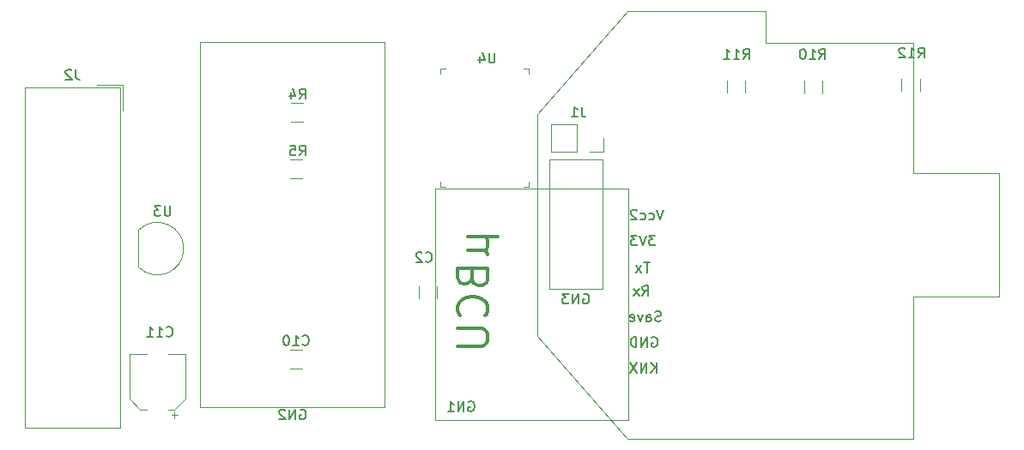
<source format=gbr>
G04 #@! TF.GenerationSoftware,KiCad,Pcbnew,(5.1.4)-1*
G04 #@! TF.CreationDate,2022-01-22T20:19:37+01:00*
G04 #@! TF.ProjectId,KRS-XL_CB6-9-12,4b52532d-584c-45f4-9342-362d392d3132,V01.01_work*
G04 #@! TF.SameCoordinates,Original*
G04 #@! TF.FileFunction,Legend,Bot*
G04 #@! TF.FilePolarity,Positive*
%FSLAX46Y46*%
G04 Gerber Fmt 4.6, Leading zero omitted, Abs format (unit mm)*
G04 Created by KiCad (PCBNEW (5.1.4)-1) date 2022-01-22 20:19:37*
%MOMM*%
%LPD*%
G04 APERTURE LIST*
%ADD10C,0.120000*%
%ADD11C,0.100000*%
%ADD12C,0.150000*%
%ADD13C,0.300000*%
G04 APERTURE END LIST*
D10*
X60043000Y-56757000D02*
X57503000Y-56757000D01*
X60043000Y-56757000D02*
X60043000Y-59297000D01*
X59793000Y-57007000D02*
X50443000Y-57007000D01*
X59793000Y-90567000D02*
X59793000Y-57007000D01*
X50443000Y-90567000D02*
X59793000Y-90567000D01*
X50443000Y-57007000D02*
X50443000Y-90567000D01*
X76613936Y-64114000D02*
X77818064Y-64114000D01*
X76613936Y-65934000D02*
X77818064Y-65934000D01*
X76650436Y-58526000D02*
X77854564Y-58526000D01*
X76650436Y-60346000D02*
X77854564Y-60346000D01*
X65497500Y-89332500D02*
X64872500Y-89332500D01*
X65185000Y-89645000D02*
X65185000Y-89020000D01*
X61804437Y-88780000D02*
X60740000Y-87715563D01*
X65195563Y-88780000D02*
X66260000Y-87715563D01*
X65195563Y-88780000D02*
X64560000Y-88780000D01*
X61804437Y-88780000D02*
X62440000Y-88780000D01*
X60740000Y-87715563D02*
X60740000Y-83260000D01*
X66260000Y-87715563D02*
X66260000Y-83260000D01*
X66260000Y-83260000D02*
X64560000Y-83260000D01*
X60740000Y-83260000D02*
X62440000Y-83260000D01*
X77781564Y-84730000D02*
X76577436Y-84730000D01*
X77781564Y-82910000D02*
X76577436Y-82910000D01*
X136885000Y-57334564D02*
X136885000Y-56130436D01*
X138705000Y-57334564D02*
X138705000Y-56130436D01*
X121484000Y-56282836D02*
X121484000Y-57486964D01*
X119664000Y-56282836D02*
X119664000Y-57486964D01*
X127284000Y-57523464D02*
X127284000Y-56319336D01*
X129104000Y-57523464D02*
X129104000Y-56319336D01*
X91080000Y-76613936D02*
X91080000Y-77818064D01*
X89260000Y-76613936D02*
X89260000Y-77818064D01*
X61661522Y-71059522D02*
G75*
G02X66100000Y-72898000I1838478J-1838478D01*
G01*
X61661522Y-74736478D02*
G75*
G03X66100000Y-72898000I1838478J1838478D01*
G01*
X61650000Y-74698000D02*
X61650000Y-71098000D01*
X90932000Y-89789000D02*
X90932000Y-66929000D01*
X109982000Y-89789000D02*
X109982000Y-66929000D01*
X109982000Y-66929000D02*
X90932000Y-66929000D01*
X90932000Y-89789000D02*
X92837000Y-89789000D01*
X109982000Y-89789000D02*
X92202000Y-89789000D01*
X107502000Y-63306000D02*
X107502000Y-61976000D01*
X106172000Y-63306000D02*
X107502000Y-63306000D01*
X104902000Y-63306000D02*
X104902000Y-60646000D01*
X104902000Y-60646000D02*
X102302000Y-60646000D01*
X104902000Y-63306000D02*
X102302000Y-63306000D01*
X102302000Y-63306000D02*
X102302000Y-60646000D01*
X67716400Y-52451000D02*
X67716400Y-88544400D01*
X85928200Y-52451000D02*
X67716400Y-52451000D01*
X85928200Y-88544400D02*
X85928200Y-52451000D01*
X67716400Y-88544400D02*
X85928200Y-88544400D01*
X102175000Y-64075000D02*
X107375000Y-64075000D01*
X107375000Y-76895000D02*
X107375000Y-64075000D01*
X102175000Y-64075000D02*
X102175000Y-76895000D01*
X102175000Y-76895000D02*
X107375000Y-76895000D01*
X101005000Y-81565000D02*
X109905000Y-91665000D01*
X109905000Y-91665000D02*
X138105000Y-91665000D01*
X138105000Y-91665000D02*
X138105000Y-77665000D01*
X138105000Y-77665000D02*
X146505000Y-77665000D01*
X146505000Y-77665000D02*
X146505000Y-65465000D01*
X146505000Y-65465000D02*
X138105000Y-65465000D01*
X138105000Y-65465000D02*
X138105000Y-52565000D01*
X138105000Y-52565000D02*
X123505000Y-52565000D01*
X123505000Y-52565000D02*
X123505000Y-49465000D01*
X123505000Y-49465000D02*
X109905000Y-49465000D01*
X109905000Y-49465000D02*
X101005000Y-59565000D01*
X101005000Y-59565000D02*
X101005000Y-81565000D01*
D11*
X91444000Y-55100000D02*
X91944000Y-55100000D01*
X91444000Y-55100000D02*
X91444000Y-55600000D01*
X91444000Y-66800000D02*
X91444000Y-66300000D01*
X91444000Y-66800000D02*
X91944000Y-66800000D01*
X100144000Y-66800000D02*
X99644000Y-66800000D01*
X100144000Y-66800000D02*
X100144000Y-66300000D01*
X100144000Y-55100000D02*
X99644000Y-55100000D01*
X100144000Y-55100000D02*
X100144000Y-55600000D01*
D12*
X55451333Y-55205380D02*
X55451333Y-55919666D01*
X55498952Y-56062523D01*
X55594190Y-56157761D01*
X55737047Y-56205380D01*
X55832285Y-56205380D01*
X55022761Y-55300619D02*
X54975142Y-55253000D01*
X54879904Y-55205380D01*
X54641809Y-55205380D01*
X54546571Y-55253000D01*
X54498952Y-55300619D01*
X54451333Y-55395857D01*
X54451333Y-55491095D01*
X54498952Y-55633952D01*
X55070380Y-56205380D01*
X54451333Y-56205380D01*
X77509666Y-63698380D02*
X77843000Y-63222190D01*
X78081095Y-63698380D02*
X78081095Y-62698380D01*
X77700142Y-62698380D01*
X77604904Y-62746000D01*
X77557285Y-62793619D01*
X77509666Y-62888857D01*
X77509666Y-63031714D01*
X77557285Y-63126952D01*
X77604904Y-63174571D01*
X77700142Y-63222190D01*
X78081095Y-63222190D01*
X76604904Y-62698380D02*
X77081095Y-62698380D01*
X77128714Y-63174571D01*
X77081095Y-63126952D01*
X76985857Y-63079333D01*
X76747761Y-63079333D01*
X76652523Y-63126952D01*
X76604904Y-63174571D01*
X76557285Y-63269809D01*
X76557285Y-63507904D01*
X76604904Y-63603142D01*
X76652523Y-63650761D01*
X76747761Y-63698380D01*
X76985857Y-63698380D01*
X77081095Y-63650761D01*
X77128714Y-63603142D01*
X77509666Y-58110380D02*
X77843000Y-57634190D01*
X78081095Y-58110380D02*
X78081095Y-57110380D01*
X77700142Y-57110380D01*
X77604904Y-57158000D01*
X77557285Y-57205619D01*
X77509666Y-57300857D01*
X77509666Y-57443714D01*
X77557285Y-57538952D01*
X77604904Y-57586571D01*
X77700142Y-57634190D01*
X78081095Y-57634190D01*
X76652523Y-57443714D02*
X76652523Y-58110380D01*
X76890619Y-57062761D02*
X77128714Y-57777047D01*
X76509666Y-57777047D01*
X64396857Y-81510142D02*
X64444476Y-81557761D01*
X64587333Y-81605380D01*
X64682571Y-81605380D01*
X64825428Y-81557761D01*
X64920666Y-81462523D01*
X64968285Y-81367285D01*
X65015904Y-81176809D01*
X65015904Y-81033952D01*
X64968285Y-80843476D01*
X64920666Y-80748238D01*
X64825428Y-80653000D01*
X64682571Y-80605380D01*
X64587333Y-80605380D01*
X64444476Y-80653000D01*
X64396857Y-80700619D01*
X63444476Y-81605380D02*
X64015904Y-81605380D01*
X63730190Y-81605380D02*
X63730190Y-80605380D01*
X63825428Y-80748238D01*
X63920666Y-80843476D01*
X64015904Y-80891095D01*
X62492095Y-81605380D02*
X63063523Y-81605380D01*
X62777809Y-81605380D02*
X62777809Y-80605380D01*
X62873047Y-80748238D01*
X62968285Y-80843476D01*
X63063523Y-80891095D01*
X77822357Y-82357142D02*
X77869976Y-82404761D01*
X78012833Y-82452380D01*
X78108071Y-82452380D01*
X78250928Y-82404761D01*
X78346166Y-82309523D01*
X78393785Y-82214285D01*
X78441404Y-82023809D01*
X78441404Y-81880952D01*
X78393785Y-81690476D01*
X78346166Y-81595238D01*
X78250928Y-81500000D01*
X78108071Y-81452380D01*
X78012833Y-81452380D01*
X77869976Y-81500000D01*
X77822357Y-81547619D01*
X76869976Y-82452380D02*
X77441404Y-82452380D01*
X77155690Y-82452380D02*
X77155690Y-81452380D01*
X77250928Y-81595238D01*
X77346166Y-81690476D01*
X77441404Y-81738095D01*
X76250928Y-81452380D02*
X76155690Y-81452380D01*
X76060452Y-81500000D01*
X76012833Y-81547619D01*
X75965214Y-81642857D01*
X75917595Y-81833333D01*
X75917595Y-82071428D01*
X75965214Y-82261904D01*
X76012833Y-82357142D01*
X76060452Y-82404761D01*
X76155690Y-82452380D01*
X76250928Y-82452380D01*
X76346166Y-82404761D01*
X76393785Y-82357142D01*
X76441404Y-82261904D01*
X76489023Y-82071428D01*
X76489023Y-81833333D01*
X76441404Y-81642857D01*
X76393785Y-81547619D01*
X76346166Y-81500000D01*
X76250928Y-81452380D01*
X138564857Y-54046380D02*
X138898190Y-53570190D01*
X139136285Y-54046380D02*
X139136285Y-53046380D01*
X138755333Y-53046380D01*
X138660095Y-53094000D01*
X138612476Y-53141619D01*
X138564857Y-53236857D01*
X138564857Y-53379714D01*
X138612476Y-53474952D01*
X138660095Y-53522571D01*
X138755333Y-53570190D01*
X139136285Y-53570190D01*
X137612476Y-54046380D02*
X138183904Y-54046380D01*
X137898190Y-54046380D02*
X137898190Y-53046380D01*
X137993428Y-53189238D01*
X138088666Y-53284476D01*
X138183904Y-53332095D01*
X137231523Y-53141619D02*
X137183904Y-53094000D01*
X137088666Y-53046380D01*
X136850571Y-53046380D01*
X136755333Y-53094000D01*
X136707714Y-53141619D01*
X136660095Y-53236857D01*
X136660095Y-53332095D01*
X136707714Y-53474952D01*
X137279142Y-54046380D01*
X136660095Y-54046380D01*
X121292857Y-54173380D02*
X121626190Y-53697190D01*
X121864285Y-54173380D02*
X121864285Y-53173380D01*
X121483333Y-53173380D01*
X121388095Y-53221000D01*
X121340476Y-53268619D01*
X121292857Y-53363857D01*
X121292857Y-53506714D01*
X121340476Y-53601952D01*
X121388095Y-53649571D01*
X121483333Y-53697190D01*
X121864285Y-53697190D01*
X120340476Y-54173380D02*
X120911904Y-54173380D01*
X120626190Y-54173380D02*
X120626190Y-53173380D01*
X120721428Y-53316238D01*
X120816666Y-53411476D01*
X120911904Y-53459095D01*
X119388095Y-54173380D02*
X119959523Y-54173380D01*
X119673809Y-54173380D02*
X119673809Y-53173380D01*
X119769047Y-53316238D01*
X119864285Y-53411476D01*
X119959523Y-53459095D01*
X128785857Y-54173380D02*
X129119190Y-53697190D01*
X129357285Y-54173380D02*
X129357285Y-53173380D01*
X128976333Y-53173380D01*
X128881095Y-53221000D01*
X128833476Y-53268619D01*
X128785857Y-53363857D01*
X128785857Y-53506714D01*
X128833476Y-53601952D01*
X128881095Y-53649571D01*
X128976333Y-53697190D01*
X129357285Y-53697190D01*
X127833476Y-54173380D02*
X128404904Y-54173380D01*
X128119190Y-54173380D02*
X128119190Y-53173380D01*
X128214428Y-53316238D01*
X128309666Y-53411476D01*
X128404904Y-53459095D01*
X127214428Y-53173380D02*
X127119190Y-53173380D01*
X127023952Y-53221000D01*
X126976333Y-53268619D01*
X126928714Y-53363857D01*
X126881095Y-53554333D01*
X126881095Y-53792428D01*
X126928714Y-53982904D01*
X126976333Y-54078142D01*
X127023952Y-54125761D01*
X127119190Y-54173380D01*
X127214428Y-54173380D01*
X127309666Y-54125761D01*
X127357285Y-54078142D01*
X127404904Y-53982904D01*
X127452523Y-53792428D01*
X127452523Y-53554333D01*
X127404904Y-53363857D01*
X127357285Y-53268619D01*
X127309666Y-53221000D01*
X127214428Y-53173380D01*
X89955666Y-74144142D02*
X90003285Y-74191761D01*
X90146142Y-74239380D01*
X90241380Y-74239380D01*
X90384238Y-74191761D01*
X90479476Y-74096523D01*
X90527095Y-74001285D01*
X90574714Y-73810809D01*
X90574714Y-73667952D01*
X90527095Y-73477476D01*
X90479476Y-73382238D01*
X90384238Y-73287000D01*
X90241380Y-73239380D01*
X90146142Y-73239380D01*
X90003285Y-73287000D01*
X89955666Y-73334619D01*
X89574714Y-73334619D02*
X89527095Y-73287000D01*
X89431857Y-73239380D01*
X89193761Y-73239380D01*
X89098523Y-73287000D01*
X89050904Y-73334619D01*
X89003285Y-73429857D01*
X89003285Y-73525095D01*
X89050904Y-73667952D01*
X89622333Y-74239380D01*
X89003285Y-74239380D01*
X64769904Y-68667380D02*
X64769904Y-69476904D01*
X64722285Y-69572142D01*
X64674666Y-69619761D01*
X64579428Y-69667380D01*
X64388952Y-69667380D01*
X64293714Y-69619761D01*
X64246095Y-69572142D01*
X64198476Y-69476904D01*
X64198476Y-68667380D01*
X63817523Y-68667380D02*
X63198476Y-68667380D01*
X63531809Y-69048333D01*
X63388952Y-69048333D01*
X63293714Y-69095952D01*
X63246095Y-69143571D01*
X63198476Y-69238809D01*
X63198476Y-69476904D01*
X63246095Y-69572142D01*
X63293714Y-69619761D01*
X63388952Y-69667380D01*
X63674666Y-69667380D01*
X63769904Y-69619761D01*
X63817523Y-69572142D01*
X94210095Y-88019000D02*
X94305333Y-87971380D01*
X94448190Y-87971380D01*
X94591047Y-88019000D01*
X94686285Y-88114238D01*
X94733904Y-88209476D01*
X94781523Y-88399952D01*
X94781523Y-88542809D01*
X94733904Y-88733285D01*
X94686285Y-88828523D01*
X94591047Y-88923761D01*
X94448190Y-88971380D01*
X94352952Y-88971380D01*
X94210095Y-88923761D01*
X94162476Y-88876142D01*
X94162476Y-88542809D01*
X94352952Y-88542809D01*
X93733904Y-88971380D02*
X93733904Y-87971380D01*
X93162476Y-88971380D01*
X93162476Y-87971380D01*
X92162476Y-88971380D02*
X92733904Y-88971380D01*
X92448190Y-88971380D02*
X92448190Y-87971380D01*
X92543428Y-88114238D01*
X92638666Y-88209476D01*
X92733904Y-88257095D01*
D13*
X94099142Y-71660428D02*
X97099142Y-71660428D01*
X95670571Y-73089000D02*
X95956285Y-73231857D01*
X96099142Y-73517571D01*
X95670571Y-71660428D02*
X95956285Y-71803285D01*
X96099142Y-72089000D01*
X96099142Y-72660428D01*
X95956285Y-72946142D01*
X95670571Y-73089000D01*
X94099142Y-73089000D01*
X94527714Y-75803285D02*
X94670571Y-76231857D01*
X94813428Y-76374714D01*
X95099142Y-76517571D01*
X95527714Y-76517571D01*
X95813428Y-76374714D01*
X95956285Y-76231857D01*
X96099142Y-75946142D01*
X96099142Y-74803285D01*
X93099142Y-74803285D01*
X93099142Y-75803285D01*
X93242000Y-76089000D01*
X93384857Y-76231857D01*
X93670571Y-76374714D01*
X93956285Y-76374714D01*
X94242000Y-76231857D01*
X94384857Y-76089000D01*
X94527714Y-75803285D01*
X94527714Y-74803285D01*
X95813428Y-79517571D02*
X95956285Y-79374714D01*
X96099142Y-78946142D01*
X96099142Y-78660428D01*
X95956285Y-78231857D01*
X95670571Y-77946142D01*
X95384857Y-77803285D01*
X94813428Y-77660428D01*
X94384857Y-77660428D01*
X93813428Y-77803285D01*
X93527714Y-77946142D01*
X93242000Y-78231857D01*
X93099142Y-78660428D01*
X93099142Y-78946142D01*
X93242000Y-79374714D01*
X93384857Y-79517571D01*
X93099142Y-80803285D02*
X95527714Y-80803285D01*
X95813428Y-80946142D01*
X95956285Y-81089000D01*
X96099142Y-81374714D01*
X96099142Y-81946142D01*
X95956285Y-82231857D01*
X95813428Y-82374714D01*
X95527714Y-82517571D01*
X93099142Y-82517571D01*
D12*
X113426666Y-69048380D02*
X113093333Y-70048380D01*
X112760000Y-69048380D01*
X111998095Y-70000761D02*
X112093333Y-70048380D01*
X112283809Y-70048380D01*
X112379047Y-70000761D01*
X112426666Y-69953142D01*
X112474285Y-69857904D01*
X112474285Y-69572190D01*
X112426666Y-69476952D01*
X112379047Y-69429333D01*
X112283809Y-69381714D01*
X112093333Y-69381714D01*
X111998095Y-69429333D01*
X111140952Y-70000761D02*
X111236190Y-70048380D01*
X111426666Y-70048380D01*
X111521904Y-70000761D01*
X111569523Y-69953142D01*
X111617142Y-69857904D01*
X111617142Y-69572190D01*
X111569523Y-69476952D01*
X111521904Y-69429333D01*
X111426666Y-69381714D01*
X111236190Y-69381714D01*
X111140952Y-69429333D01*
X110760000Y-69143619D02*
X110712380Y-69096000D01*
X110617142Y-69048380D01*
X110379047Y-69048380D01*
X110283809Y-69096000D01*
X110236190Y-69143619D01*
X110188571Y-69238857D01*
X110188571Y-69334095D01*
X110236190Y-69476952D01*
X110807619Y-70048380D01*
X110188571Y-70048380D01*
X112617095Y-71588380D02*
X111998047Y-71588380D01*
X112331380Y-71969333D01*
X112188523Y-71969333D01*
X112093285Y-72016952D01*
X112045666Y-72064571D01*
X111998047Y-72159809D01*
X111998047Y-72397904D01*
X112045666Y-72493142D01*
X112093285Y-72540761D01*
X112188523Y-72588380D01*
X112474238Y-72588380D01*
X112569476Y-72540761D01*
X112617095Y-72493142D01*
X111712333Y-71588380D02*
X111379000Y-72588380D01*
X111045666Y-71588380D01*
X110807571Y-71588380D02*
X110188523Y-71588380D01*
X110521857Y-71969333D01*
X110379000Y-71969333D01*
X110283761Y-72016952D01*
X110236142Y-72064571D01*
X110188523Y-72159809D01*
X110188523Y-72397904D01*
X110236142Y-72493142D01*
X110283761Y-72540761D01*
X110379000Y-72588380D01*
X110664714Y-72588380D01*
X110759952Y-72540761D01*
X110807571Y-72493142D01*
X112069476Y-74255380D02*
X111498047Y-74255380D01*
X111783761Y-75255380D02*
X111783761Y-74255380D01*
X111259952Y-75255380D02*
X110736142Y-74588714D01*
X111259952Y-74588714D02*
X110736142Y-75255380D01*
X111347238Y-77541380D02*
X111680571Y-77065190D01*
X111918666Y-77541380D02*
X111918666Y-76541380D01*
X111537714Y-76541380D01*
X111442476Y-76589000D01*
X111394857Y-76636619D01*
X111347238Y-76731857D01*
X111347238Y-76874714D01*
X111394857Y-76969952D01*
X111442476Y-77017571D01*
X111537714Y-77065190D01*
X111918666Y-77065190D01*
X111013904Y-77541380D02*
X110490095Y-76874714D01*
X111013904Y-76874714D02*
X110490095Y-77541380D01*
X113180619Y-80033761D02*
X113037761Y-80081380D01*
X112799666Y-80081380D01*
X112704428Y-80033761D01*
X112656809Y-79986142D01*
X112609190Y-79890904D01*
X112609190Y-79795666D01*
X112656809Y-79700428D01*
X112704428Y-79652809D01*
X112799666Y-79605190D01*
X112990142Y-79557571D01*
X113085380Y-79509952D01*
X113133000Y-79462333D01*
X113180619Y-79367095D01*
X113180619Y-79271857D01*
X113133000Y-79176619D01*
X113085380Y-79129000D01*
X112990142Y-79081380D01*
X112752047Y-79081380D01*
X112609190Y-79129000D01*
X111752047Y-80081380D02*
X111752047Y-79557571D01*
X111799666Y-79462333D01*
X111894904Y-79414714D01*
X112085380Y-79414714D01*
X112180619Y-79462333D01*
X111752047Y-80033761D02*
X111847285Y-80081380D01*
X112085380Y-80081380D01*
X112180619Y-80033761D01*
X112228238Y-79938523D01*
X112228238Y-79843285D01*
X112180619Y-79748047D01*
X112085380Y-79700428D01*
X111847285Y-79700428D01*
X111752047Y-79652809D01*
X111371095Y-79414714D02*
X111133000Y-80081380D01*
X110894904Y-79414714D01*
X110133000Y-80033761D02*
X110228238Y-80081380D01*
X110418714Y-80081380D01*
X110513952Y-80033761D01*
X110561571Y-79938523D01*
X110561571Y-79557571D01*
X110513952Y-79462333D01*
X110418714Y-79414714D01*
X110228238Y-79414714D01*
X110133000Y-79462333D01*
X110085380Y-79557571D01*
X110085380Y-79652809D01*
X110561571Y-79748047D01*
X112267904Y-81669000D02*
X112363142Y-81621380D01*
X112506000Y-81621380D01*
X112648857Y-81669000D01*
X112744095Y-81764238D01*
X112791714Y-81859476D01*
X112839333Y-82049952D01*
X112839333Y-82192809D01*
X112791714Y-82383285D01*
X112744095Y-82478523D01*
X112648857Y-82573761D01*
X112506000Y-82621380D01*
X112410761Y-82621380D01*
X112267904Y-82573761D01*
X112220285Y-82526142D01*
X112220285Y-82192809D01*
X112410761Y-82192809D01*
X111791714Y-82621380D02*
X111791714Y-81621380D01*
X111220285Y-82621380D01*
X111220285Y-81621380D01*
X110744095Y-82621380D02*
X110744095Y-81621380D01*
X110506000Y-81621380D01*
X110363142Y-81669000D01*
X110267904Y-81764238D01*
X110220285Y-81859476D01*
X110172666Y-82049952D01*
X110172666Y-82192809D01*
X110220285Y-82383285D01*
X110267904Y-82478523D01*
X110363142Y-82573761D01*
X110506000Y-82621380D01*
X110744095Y-82621380D01*
X112767904Y-85161380D02*
X112767904Y-84161380D01*
X112196476Y-85161380D02*
X112625047Y-84589952D01*
X112196476Y-84161380D02*
X112767904Y-84732809D01*
X111767904Y-85161380D02*
X111767904Y-84161380D01*
X111196476Y-85161380D01*
X111196476Y-84161380D01*
X110815523Y-84161380D02*
X110148857Y-85161380D01*
X110148857Y-84161380D02*
X110815523Y-85161380D01*
X105362333Y-58888380D02*
X105362333Y-59602666D01*
X105409952Y-59745523D01*
X105505190Y-59840761D01*
X105648047Y-59888380D01*
X105743285Y-59888380D01*
X104362333Y-59888380D02*
X104933761Y-59888380D01*
X104648047Y-59888380D02*
X104648047Y-58888380D01*
X104743285Y-59031238D01*
X104838523Y-59126476D01*
X104933761Y-59174095D01*
X77573095Y-88825000D02*
X77668333Y-88777380D01*
X77811190Y-88777380D01*
X77954047Y-88825000D01*
X78049285Y-88920238D01*
X78096904Y-89015476D01*
X78144523Y-89205952D01*
X78144523Y-89348809D01*
X78096904Y-89539285D01*
X78049285Y-89634523D01*
X77954047Y-89729761D01*
X77811190Y-89777380D01*
X77715952Y-89777380D01*
X77573095Y-89729761D01*
X77525476Y-89682142D01*
X77525476Y-89348809D01*
X77715952Y-89348809D01*
X77096904Y-89777380D02*
X77096904Y-88777380D01*
X76525476Y-89777380D01*
X76525476Y-88777380D01*
X76096904Y-88872619D02*
X76049285Y-88825000D01*
X75954047Y-88777380D01*
X75715952Y-88777380D01*
X75620714Y-88825000D01*
X75573095Y-88872619D01*
X75525476Y-88967857D01*
X75525476Y-89063095D01*
X75573095Y-89205952D01*
X76144523Y-89777380D01*
X75525476Y-89777380D01*
X105513095Y-77395000D02*
X105608333Y-77347380D01*
X105751190Y-77347380D01*
X105894047Y-77395000D01*
X105989285Y-77490238D01*
X106036904Y-77585476D01*
X106084523Y-77775952D01*
X106084523Y-77918809D01*
X106036904Y-78109285D01*
X105989285Y-78204523D01*
X105894047Y-78299761D01*
X105751190Y-78347380D01*
X105655952Y-78347380D01*
X105513095Y-78299761D01*
X105465476Y-78252142D01*
X105465476Y-77918809D01*
X105655952Y-77918809D01*
X105036904Y-78347380D02*
X105036904Y-77347380D01*
X104465476Y-78347380D01*
X104465476Y-77347380D01*
X104084523Y-77347380D02*
X103465476Y-77347380D01*
X103798809Y-77728333D01*
X103655952Y-77728333D01*
X103560714Y-77775952D01*
X103513095Y-77823571D01*
X103465476Y-77918809D01*
X103465476Y-78156904D01*
X103513095Y-78252142D01*
X103560714Y-78299761D01*
X103655952Y-78347380D01*
X103941666Y-78347380D01*
X104036904Y-78299761D01*
X104084523Y-78252142D01*
X96773904Y-53554380D02*
X96773904Y-54363904D01*
X96726285Y-54459142D01*
X96678666Y-54506761D01*
X96583428Y-54554380D01*
X96392952Y-54554380D01*
X96297714Y-54506761D01*
X96250095Y-54459142D01*
X96202476Y-54363904D01*
X96202476Y-53554380D01*
X95297714Y-53887714D02*
X95297714Y-54554380D01*
X95535809Y-53506761D02*
X95773904Y-54221047D01*
X95154857Y-54221047D01*
M02*

</source>
